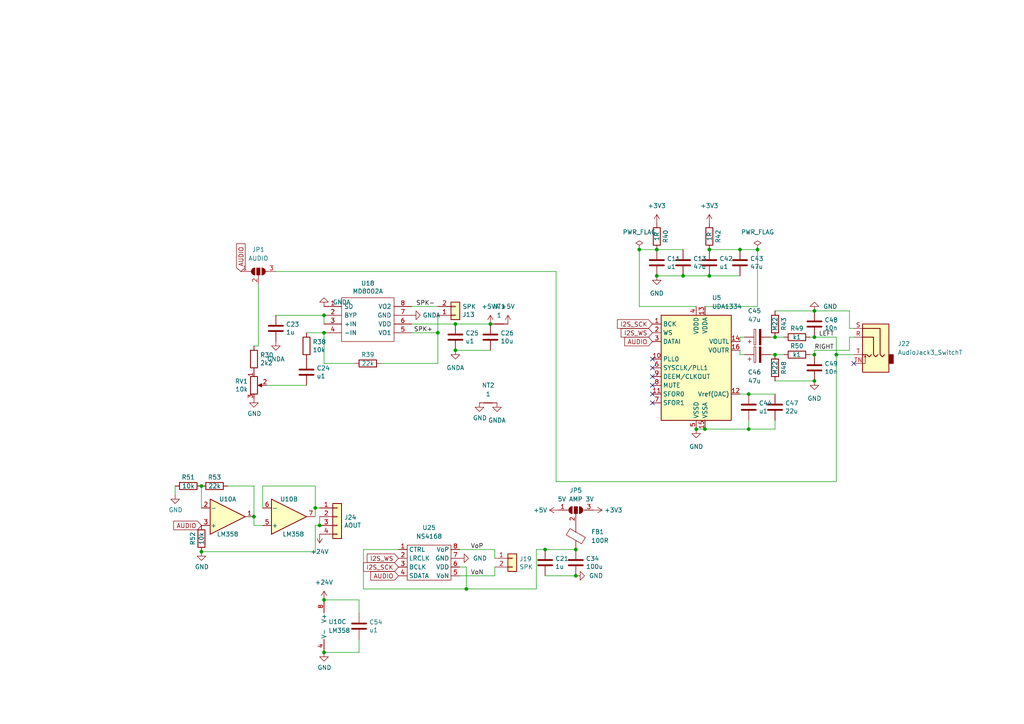
<source format=kicad_sch>
(kicad_sch (version 20211123) (generator eeschema)
  (paper "A4")
  (lib_symbols
    (symbol "Amplifier_Operational:LM358" (pin_names (offset 0.127))
      (property "Reference" "U" (at 0 5.08 0))
      (property "Value" "LM358" (at 0 -5.08 0))
      (symbol "LM358_1_1"
        (polyline (pts (xy -5.08 5.08) (xy 5.08 0) (xy -5.08 -5.08) (xy -5.08 5.08)) (stroke (width 0.254)) (fill (type background)))
        (pin output line (at 7.62 0 180) (length 2.54) (name "~") (number "1"))
        (pin input line (at -7.62 -2.54 0) (length 2.54) (name "-") (number "2"))
        (pin input line (at -7.62 2.54 0) (length 2.54) (name "+") (number "3"))
      )
      (symbol "LM358_2_1"
        (polyline (pts (xy -5.08 5.08) (xy 5.08 0) (xy -5.08 -5.08) (xy -5.08 5.08)) (stroke (width 0.254)) (fill (type background)))
        (pin input line (at -7.62 2.54 0) (length 2.54) (name "+") (number "5"))
        (pin input line (at -7.62 -2.54 0) (length 2.54) (name "-") (number "6"))
        (pin output line (at 7.62 0 180) (length 2.54) (name "~") (number "7"))
      )
      (symbol "LM358_3_1"
        (pin power_in line (at -2.54 -7.62 90) (length 3.81) (name "V-") (number "4"))
        (pin power_in line (at -2.54 7.62 270) (length 3.81) (name "V+") (number "8"))
      )
    )
    (symbol "Audio:UDA1334ATS"
      (property "Reference" "U" (at -10.16 16.51 0))
      (property "Value" "UDA1334ATS" (at 3.81 16.51 0))
      (symbol "UDA1334ATS_0_1"
        (rectangle (start -10.16 15.24) (end 10.16 -15.24) (stroke (width 0.254)) (fill (type background)))
      )
      (symbol "UDA1334ATS_1_1"
        (pin input line (at -12.7 12.7 0) (length 2.54) (name "BCK") (number "1"))
        (pin input line (at -12.7 2.54 0) (length 2.54) (name "PLL0") (number "10"))
        (pin input line (at -12.7 -7.62 0) (length 2.54) (name "SFOR0") (number "11"))
        (pin passive line (at 12.7 -7.62 180) (length 2.54) (name "Vref(DAC)") (number "12"))
        (pin power_in line (at 2.54 17.78 270) (length 2.54) (name "VDDA") (number "13"))
        (pin output line (at 12.7 7.62 180) (length 2.54) (name "VOUTL") (number "14"))
        (pin power_in line (at 2.54 -17.78 90) (length 2.54) (name "VSSA") (number "15"))
        (pin output line (at 12.7 5.08 180) (length 2.54) (name "VOUTR") (number "16"))
        (pin input line (at -12.7 10.16 0) (length 2.54) (name "WS") (number "2"))
        (pin input line (at -12.7 7.62 0) (length 2.54) (name "DATAI") (number "3"))
        (pin power_in line (at 0 17.78 270) (length 2.54) (name "VDDD") (number "4"))
        (pin power_in line (at 0 -17.78 90) (length 2.54) (name "VSSD") (number "5"))
        (pin input line (at -12.7 0 0) (length 2.54) (name "SYSCLK/PLL1") (number "6"))
        (pin input line (at -12.7 -10.16 0) (length 2.54) (name "SFOR1") (number "7"))
        (pin input line (at -12.7 -5.08 0) (length 2.54) (name "MUTE") (number "8"))
        (pin bidirectional line (at -12.7 -2.54 0) (length 2.54) (name "DEEM/CLKOUT") (number "9"))
      )
    )
    (symbol "Connector_Generic:Conn_01x02" (pin_names (offset 1.016) hide)
      (property "Reference" "J" (at 0 2.54 0))
      (property "Value" "Conn_01x02" (at 0 -5.08 0))
      (symbol "Conn_01x02_1_1"
        (rectangle (start -1.27 -2.413) (end 0 -2.667) (stroke (width 0.1524)))
        (rectangle (start -1.27 0.127) (end 0 -0.127) (stroke (width 0.1524)))
        (rectangle (start -1.27 1.27) (end 1.27 -3.81) (stroke (width 0.254)) (fill (type background)))
        (pin passive line (at -5.08 0 0) (length 3.81) (name "Pin_1") (number "1"))
        (pin passive line (at -5.08 -2.54 0) (length 3.81) (name "Pin_2") (number "2"))
      )
    )
    (symbol "Connector_Generic:Conn_01x04" (pin_names (offset 1.016) hide)
      (property "Reference" "J" (at 0 5.08 0))
      (property "Value" "Conn_01x04" (at 0 -7.62 0))
      (symbol "Conn_01x04_1_1"
        (rectangle (start -1.27 -4.953) (end 0 -5.207) (stroke (width 0.1524)))
        (rectangle (start -1.27 -2.413) (end 0 -2.667) (stroke (width 0.1524)))
        (rectangle (start -1.27 0.127) (end 0 -0.127) (stroke (width 0.1524)))
        (rectangle (start -1.27 2.667) (end 0 2.413) (stroke (width 0.1524)))
        (rectangle (start -1.27 3.81) (end 1.27 -6.35) (stroke (width 0.254)) (fill (type background)))
        (pin passive line (at -5.08 2.54 0) (length 3.81) (name "Pin_1") (number "1"))
        (pin passive line (at -5.08 0 0) (length 3.81) (name "Pin_2") (number "2"))
        (pin passive line (at -5.08 -2.54 0) (length 3.81) (name "Pin_3") (number "3"))
        (pin passive line (at -5.08 -5.08 0) (length 3.81) (name "Pin_4") (number "4"))
      )
    )
    (symbol "Device:C" (pin_numbers hide) (pin_names (offset 0.254))
      (property "Reference" "C" (at 0.635 2.54 0))
      (property "Value" "C" (at 0.635 -2.54 0))
      (symbol "C_0_1"
        (polyline (pts (xy -2.032 -0.762) (xy 2.032 -0.762)) (stroke (width 0.508)))
        (polyline (pts (xy -2.032 0.762) (xy 2.032 0.762)) (stroke (width 0.508)))
      )
      (symbol "C_1_1"
        (pin passive line (at 0 3.81 270) (length 2.794) (name "~") (number "1"))
        (pin passive line (at 0 -3.81 90) (length 2.794) (name "~") (number "2"))
      )
    )
    (symbol "Device:C_Polarized" (pin_numbers hide) (pin_names (offset 0.254))
      (property "Reference" "C" (at 0.635 2.54 0))
      (property "Value" "C_Polarized" (at 0.635 -2.54 0))
      (symbol "C_Polarized_0_1"
        (rectangle (start -2.286 0.508) (end 2.286 1.016))
        (polyline (pts (xy -1.778 2.286) (xy -0.762 2.286)))
        (polyline (pts (xy -1.27 2.794) (xy -1.27 1.778)))
        (rectangle (start 2.286 -0.508) (end -2.286 -1.016) (fill (type outline)))
      )
      (symbol "C_Polarized_1_1"
        (pin passive line (at 0 3.81 270) (length 2.794) (name "~") (number "1"))
        (pin passive line (at 0 -3.81 90) (length 2.794) (name "~") (number "2"))
      )
    )
    (symbol "Device:FerriteBead" (pin_numbers hide) (pin_names (offset 0))
      (property "Reference" "FB" (at -3.81 0.635 90))
      (property "Value" "FerriteBead" (at 3.81 0 90))
      (symbol "FerriteBead_0_1"
        (polyline (pts (xy 0 -1.27) (xy 0 -1.2192)))
        (polyline (pts (xy 0 1.27) (xy 0 1.2954)))
        (polyline (pts (xy -2.7686 0.4064) (xy -1.7018 2.2606) (xy 2.7686 -0.3048) (xy 1.6764 -2.159) (xy -2.7686 0.4064)))
      )
      (symbol "FerriteBead_1_1"
        (pin passive line (at 0 3.81 270) (length 2.54) (name "~") (number "1"))
        (pin passive line (at 0 -3.81 90) (length 2.54) (name "~") (number "2"))
      )
    )
    (symbol "Device:NetTie_2" (pin_numbers hide) (pin_names (offset 0) hide)
      (property "Reference" "NT" (at 0 1.27 0))
      (property "Value" "NetTie_2" (at 0 -1.27 0))
      (symbol "NetTie_2_0_1"
        (polyline (pts (xy -1.27 0) (xy 1.27 0)) (stroke (width 0.254)))
      )
      (symbol "NetTie_2_1_1"
        (pin passive line (at -2.54 0 0) (length 2.54) (name "1") (number "1"))
        (pin passive line (at 2.54 0 180) (length 2.54) (name "2") (number "2"))
      )
    )
    (symbol "Device:R" (pin_numbers hide) (pin_names (offset 0))
      (property "Reference" "R" (at 2.032 0 90))
      (property "Value" "R" (at 0 0 90))
      (symbol "R_0_1"
        (rectangle (start -1.016 -2.54) (end 1.016 2.54) (stroke (width 0.254)))
      )
      (symbol "R_1_1"
        (pin passive line (at 0 3.81 270) (length 1.27) (name "~") (number "1"))
        (pin passive line (at 0 -3.81 90) (length 1.27) (name "~") (number "2"))
      )
    )
    (symbol "Device:R_POT" (pin_names (offset 1.016) hide)
      (property "Reference" "RV" (at -4.445 0 90))
      (property "Value" "Device_R_POT" (at -2.54 0 90))
      (symbol "R_POT_0_1"
        (polyline (pts (xy 2.54 0) (xy 1.524 0)))
        (polyline (pts (xy 1.143 0) (xy 2.286 0.508) (xy 2.286 -0.508) (xy 1.143 0)) (fill (type outline)))
        (rectangle (start 1.016 2.54) (end -1.016 -2.54) (stroke (width 0.254)))
      )
      (symbol "R_POT_1_1"
        (pin passive line (at 0 3.81 270) (length 1.27) (name "1") (number "1"))
        (pin passive line (at 3.81 0 180) (length 1.27) (name "2") (number "2"))
        (pin passive line (at 0 -3.81 90) (length 1.27) (name "3") (number "3"))
      )
    )
    (symbol "Jumper:SolderJumper_3_Open" (pin_names (offset 0) hide)
      (property "Reference" "JP" (at -2.54 -2.54 0))
      (property "Value" "SolderJumper_3_Open" (at 0 2.794 0))
      (symbol "SolderJumper_3_Open_0_1"
        (arc (start -1.016 1.016) (mid -2.032 0) (end -1.016 -1.016))
        (arc (start -1.016 1.016) (mid -2.032 0) (end -1.016 -1.016) (fill (type outline)))
        (rectangle (start -0.508 1.016) (end 0.508 -1.016) (fill (type outline)))
        (polyline (pts (xy -2.54 0) (xy -2.032 0)))
        (polyline (pts (xy -1.016 1.016) (xy -1.016 -1.016)))
        (polyline (pts (xy 0 -1.27) (xy 0 -1.016)))
        (polyline (pts (xy 1.016 1.016) (xy 1.016 -1.016)))
        (polyline (pts (xy 2.54 0) (xy 2.032 0)))
        (arc (start 1.016 -1.016) (mid 2.032 0) (end 1.016 1.016))
        (arc (start 1.016 -1.016) (mid 2.032 0) (end 1.016 1.016) (fill (type outline)))
      )
      (symbol "SolderJumper_3_Open_1_1"
        (pin passive line (at -5.08 0 0) (length 2.54) (name "A") (number "1"))
        (pin input line (at 0 -3.81 90) (length 2.54) (name "C") (number "2"))
        (pin passive line (at 5.08 0 180) (length 2.54) (name "B") (number "3"))
      )
    )
    (symbol "liebler_CONN:AudioJack3_SwitchT"
      (property "Reference" "J" (at 0 8.89 0))
      (property "Value" "AudioJack3_SwitchT" (at 0 6.35 0))
      (symbol "AudioJack3_SwitchT_0_1"
        (rectangle (start -5.08 -5.08) (end -6.35 -7.62) (stroke (width 0.254)) (fill (type outline)))
        (polyline (pts (xy 1.778 -5.334) (xy 2.032 -5.842)))
        (polyline (pts (xy 0 -5.08) (xy 0.635 -5.715) (xy 1.27 -5.08) (xy 2.54 -5.08)) (stroke (width 0.254)))
        (polyline (pts (xy 2.54 -7.62) (xy 1.778 -7.62) (xy 1.778 -5.334) (xy 1.524 -5.842)))
        (polyline (pts (xy -1.905 -5.08) (xy -1.27 -5.715) (xy -0.635 -5.08) (xy -0.635 0) (xy 2.54 0)) (stroke (width 0.254)))
        (polyline (pts (xy 2.54 2.54) (xy -2.54 2.54) (xy -2.54 -5.08) (xy -3.175 -5.715) (xy -3.81 -5.08)) (stroke (width 0.254)))
        (rectangle (start 2.54 3.81) (end -5.08 -10.16) (stroke (width 0.254)) (fill (type background)))
      )
      (symbol "AudioJack3_SwitchT_1_1"
        (pin passive line (at 5.08 0 180) (length 2.54) (name "~") (number "R"))
        (pin passive line (at 5.08 2.54 180) (length 2.54) (name "~") (number "S"))
        (pin passive line (at 5.08 -5.08 180) (length 2.54) (name "~") (number "T"))
        (pin passive line (at 5.08 -7.62 180) (length 2.54) (name "~") (number "TN"))
      )
    )
    (symbol "liebler_SEMICONDUCTORS:MD8002A" (pin_names (offset 0.762))
      (property "Reference" "IC" (at 21.59 7.62 0))
      (property "Value" "MD8002A" (at 21.59 5.08 0))
      (symbol "MD8002A_0_0"
        (pin passive line (at 0 0 0) (length 5.08) (name "SD") (number "1"))
        (pin output line (at 0 -2.54 0) (length 5.08) (name "BYP") (number "2"))
        (pin input line (at 0 -5.08 0) (length 5.08) (name "+IN") (number "3"))
        (pin input line (at 0 -7.62 0) (length 5.08) (name "-IN") (number "4"))
        (pin output line (at 25.4 -7.62 180) (length 5.08) (name "VO1") (number "5"))
        (pin power_in line (at 25.4 -5.08 180) (length 5.08) (name "VDD") (number "6"))
        (pin power_in line (at 25.4 -2.54 180) (length 5.08) (name "GND") (number "7"))
        (pin output line (at 25.4 0 180) (length 5.08) (name "VO2") (number "8"))
      )
      (symbol "MD8002A_0_1"
        (polyline (pts (xy 5.08 2.54) (xy 20.32 2.54) (xy 20.32 -10.16) (xy 5.08 -10.16) (xy 5.08 2.54)) (stroke (width 0.1524)))
      )
    )
    (symbol "liebler_SEMICONDUCTORS:NS4168"
      (property "Reference" "U" (at 0 8.89 0))
      (property "Value" "NS4168" (at 0 6.35 0))
      (symbol "NS4168_0_1"
        (rectangle (start -6.35 5.08) (end 6.35 -5.08))
      )
      (symbol "NS4168_1_1"
        (pin input line (at -8.89 3.81 0) (length 2.54) (name "CTRL") (number "1"))
        (pin input line (at -8.89 1.27 0) (length 2.54) (name "LRCLK") (number "2"))
        (pin input line (at -8.89 -1.27 0) (length 2.54) (name "BCLK") (number "3"))
        (pin input line (at -8.89 -3.81 0) (length 2.54) (name "SDATA") (number "4"))
        (pin output line (at 8.89 -3.81 180) (length 2.54) (name "VoN") (number "5"))
        (pin power_in line (at 8.89 -1.27 180) (length 2.54) (name "VDD") (number "6"))
        (pin power_in line (at 8.89 1.27 180) (length 2.54) (name "GND") (number "7"))
        (pin output line (at 8.89 3.81 180) (length 2.54) (name "VoP") (number "8"))
      )
    )
    (symbol "power:+24V" (power) (pin_names (offset 0))
      (property "Value" "+24V" (at 0 3.556 0))
      (symbol "+24V_0_1"
        (polyline (pts (xy -0.762 1.27) (xy 0 2.54)))
        (polyline (pts (xy 0 0) (xy 0 2.54)))
        (polyline (pts (xy 0 2.54) (xy 0.762 1.27)))
      )
      (symbol "+24V_1_1"
        (pin power_in line (at 0 0 90) (length 0) hide (name "+24V") (number "1"))
      )
    )
    (symbol "power:+3.3V" (power) (pin_names (offset 0))
      (property "Value" "+3.3V" (at 0 3.556 0))
      (symbol "+3.3V_0_1"
        (polyline (pts (xy -0.762 1.27) (xy 0 2.54)))
        (polyline (pts (xy 0 0) (xy 0 2.54)))
        (polyline (pts (xy 0 2.54) (xy 0.762 1.27)))
      )
      (symbol "+3.3V_1_1"
        (pin power_in line (at 0 0 90) (length 0) hide (name "+3V3") (number "1"))
      )
    )
    (symbol "power:+5V" (power) (pin_names (offset 0))
      (property "Value" "+5V" (at 0 3.556 0))
      (symbol "+5V_0_1"
        (polyline (pts (xy -0.762 1.27) (xy 0 2.54)))
        (polyline (pts (xy 0 0) (xy 0 2.54)))
        (polyline (pts (xy 0 2.54) (xy 0.762 1.27)))
      )
      (symbol "+5V_1_1"
        (pin power_in line (at 0 0 90) (length 0) hide (name "+5V") (number "1"))
      )
    )
    (symbol "power:+5VA" (power) (pin_names (offset 0))
      (property "Value" "+5VA" (at 0 3.556 0))
      (symbol "+5VA_0_1"
        (polyline (pts (xy -0.762 1.27) (xy 0 2.54)))
        (polyline (pts (xy 0 0) (xy 0 2.54)))
        (polyline (pts (xy 0 2.54) (xy 0.762 1.27)))
      )
      (symbol "+5VA_1_1"
        (pin power_in line (at 0 0 90) (length 0) hide (name "+5VA") (number "1"))
      )
    )
    (symbol "power:GND" (power) (pin_names (offset 0))
      (property "Value" "GND" (at 0 -3.81 0))
      (symbol "GND_0_1"
        (polyline (pts (xy 0 0) (xy 0 -1.27) (xy 1.27 -1.27) (xy 0 -2.54) (xy -1.27 -1.27) (xy 0 -1.27)))
      )
      (symbol "GND_1_1"
        (pin power_in line (at 0 0 270) (length 0) hide (name "GND") (number "1"))
      )
    )
    (symbol "power:GNDA" (power) (pin_names (offset 0))
      (property "Value" "GNDA" (at 0 -3.81 0))
      (symbol "GNDA_0_1"
        (polyline (pts (xy 0 0) (xy 0 -1.27) (xy 1.27 -1.27) (xy 0 -2.54) (xy -1.27 -1.27) (xy 0 -1.27)))
      )
      (symbol "GNDA_1_1"
        (pin power_in line (at 0 0 270) (length 0) hide (name "GNDA") (number "1"))
      )
    )
    (symbol "power:PWR_FLAG" (power) (pin_numbers hide) (pin_names (offset 0) hide)
      (property "Value" "PWR_FLAG" (at 0 3.81 0))
      (symbol "PWR_FLAG_0_0"
        (pin power_out line (at 0 0 90) (length 0) (name "pwr") (number "1"))
      )
      (symbol "PWR_FLAG_0_1"
        (polyline (pts (xy 0 0) (xy 0 1.27) (xy -1.016 1.905) (xy 0 2.54) (xy 1.016 1.905) (xy 0 1.27)))
      )
    )
  )
  (junction (at 58.42 140.97))
  (junction (at 190.5 72.39))
  (junction (at 224.79 97.79))
  (junction (at 92.71 152.4))
  (junction (at 198.12 80.01))
  (junction (at 135.255 170.815))
  (junction (at 93.98 189.23))
  (junction (at 205.74 72.39))
  (junction (at 205.74 80.01))
  (junction (at 167.005 167.005))
  (junction (at 73.66 149.86))
  (junction (at 167.005 159.385))
  (junction (at 185.42 72.39))
  (junction (at 91.44 147.32))
  (junction (at 132.08 101.6))
  (junction (at 217.17 124.46))
  (junction (at 201.93 124.46))
  (junction (at 58.42 160.02))
  (junction (at 93.98 96.52))
  (junction (at 190.5 80.01))
  (junction (at 214.63 72.39))
  (junction (at 236.22 102.87))
  (junction (at 127 96.52))
  (junction (at 158.115 159.385))
  (junction (at 217.17 114.3))
  (junction (at 132.08 93.98))
  (junction (at 236.22 97.79))
  (junction (at 236.22 90.17))
  (junction (at 142.24 93.98))
  (junction (at 236.22 110.49))
  (junction (at 242.57 102.87))
  (junction (at 93.98 91.44))
  (junction (at 204.47 124.46))
  (junction (at 219.71 72.39))
  (junction (at 224.79 102.87))
  (junction (at 93.98 173.99))
  (no_connect (at 189.23 106.68))
  (no_connect (at 247.65 105.41))
  (no_connect (at 189.23 109.22))
  (no_connect (at 189.23 114.3))
  (no_connect (at 189.23 104.14))
  (no_connect (at 189.23 111.76))
  (no_connect (at 189.23 116.84))
  (wire (pts (xy 217.17 114.3) (xy 224.79 114.3)))
  (wire (pts (xy 105.41 159.385) (xy 115.57 159.385)))
  (wire (pts (xy 135.255 170.815) (xy 105.41 170.815)))
  (wire (pts (xy 246.38 101.6) (xy 236.22 101.6)))
  (wire (pts (xy 76.2 152.4) (xy 73.66 152.4)))
  (wire (pts (xy 76.2 140.97) (xy 91.44 140.97)))
  (wire (pts (xy 73.66 152.4) (xy 73.66 149.86)))
  (wire (pts (xy 133.35 164.465) (xy 135.255 164.465)))
  (wire (pts (xy 214.63 72.39) (xy 219.71 72.39)))
  (wire (pts (xy 119.38 93.98) (xy 132.08 93.98)))
  (wire (pts (xy 93.98 96.52) (xy 88.9 96.52)))
  (wire (pts (xy 119.38 96.52) (xy 127 96.52)))
  (wire (pts (xy 91.44 147.32) (xy 91.44 149.86)))
  (wire (pts (xy 201.93 88.9) (xy 185.42 88.9)))
  (wire (pts (xy 236.22 90.17) (xy 246.38 90.17)))
  (wire (pts (xy 224.79 97.79) (xy 227.33 97.79)))
  (wire (pts (xy 58.42 140.97) (xy 58.42 147.32)))
  (wire (pts (xy 155.575 170.815) (xy 155.575 159.385)))
  (wire (pts (xy 155.575 159.385) (xy 158.115 159.385)))
  (wire (pts (xy 224.79 90.17) (xy 236.22 90.17)))
  (wire (pts (xy 242.57 102.87) (xy 242.57 139.7)))
  (wire (pts (xy 246.38 95.25) (xy 247.65 95.25)))
  (wire (pts (xy 246.38 97.79) (xy 246.38 101.6)))
  (wire (pts (xy 161.29 78.74) (xy 80.01 78.74)))
  (wire (pts (xy 214.63 114.3) (xy 217.17 114.3)))
  (wire (pts (xy 74.93 100.33) (xy 73.66 100.33)))
  (wire (pts (xy 104.14 173.99) (xy 104.14 177.8)))
  (wire (pts (xy 133.35 159.385) (xy 143.51 159.385)))
  (wire (pts (xy 93.98 105.41) (xy 102.87 105.41)))
  (wire (pts (xy 214.63 102.87) (xy 215.9 102.87)))
  (wire (pts (xy 223.52 102.87) (xy 224.79 102.87)))
  (wire (pts (xy 236.22 97.79) (xy 242.57 97.79)))
  (wire (pts (xy 92.71 149.86) (xy 92.71 152.4)))
  (wire (pts (xy 204.47 124.46) (xy 217.17 124.46)))
  (wire (pts (xy 242.57 97.79) (xy 242.57 102.87)))
  (wire (pts (xy 236.22 101.6) (xy 236.22 102.87)))
  (wire (pts (xy 234.95 102.87) (xy 236.22 102.87)))
  (wire (pts (xy 190.5 80.01) (xy 198.12 80.01)))
  (wire (pts (xy 214.63 99.06) (xy 214.63 97.79)))
  (wire (pts (xy 242.57 102.87) (xy 247.65 102.87)))
  (wire (pts (xy 142.24 93.98) (xy 132.08 93.98)))
  (wire (pts (xy 185.42 88.9) (xy 185.42 72.39)))
  (wire (pts (xy 133.35 167.005) (xy 143.51 167.005)))
  (wire (pts (xy 214.63 97.79) (xy 215.9 97.79)))
  (wire (pts (xy 105.41 170.815) (xy 105.41 159.385)))
  (wire (pts (xy 246.38 97.79) (xy 247.65 97.79)))
  (wire (pts (xy 119.38 88.9) (xy 127 88.9)))
  (wire (pts (xy 91.44 147.32) (xy 92.71 147.32)))
  (wire (pts (xy 93.98 173.99) (xy 104.14 173.99)))
  (wire (pts (xy 143.51 159.385) (xy 143.51 161.925)))
  (wire (pts (xy 201.93 124.46) (xy 204.47 124.46)))
  (wire (pts (xy 242.57 139.7) (xy 161.29 139.7)))
  (wire (pts (xy 73.66 149.86) (xy 73.66 140.97)))
  (wire (pts (xy 91.44 160.02) (xy 58.42 160.02)))
  (wire (pts (xy 91.44 140.97) (xy 91.44 147.32)))
  (wire (pts (xy 224.79 110.49) (xy 236.22 110.49)))
  (wire (pts (xy 110.49 105.41) (xy 127 105.41)))
  (wire (pts (xy 142.24 101.6) (xy 132.08 101.6)))
  (wire (pts (xy 93.98 96.52) (xy 93.98 105.41)))
  (wire (pts (xy 127 91.44) (xy 127 96.52)))
  (wire (pts (xy 205.74 72.39) (xy 214.63 72.39)))
  (wire (pts (xy 50.8 140.97) (xy 50.8 143.51)))
  (wire (pts (xy 77.47 111.76) (xy 88.9 111.76)))
  (wire (pts (xy 135.255 164.465) (xy 135.255 170.815)))
  (wire (pts (xy 135.255 170.815) (xy 155.575 170.815)))
  (wire (pts (xy 91.44 152.4) (xy 92.71 152.4)))
  (wire (pts (xy 205.74 80.01) (xy 214.63 80.01)))
  (wire (pts (xy 127 96.52) (xy 127 105.41)))
  (wire (pts (xy 217.17 124.46) (xy 224.79 124.46)))
  (wire (pts (xy 223.52 97.79) (xy 224.79 97.79)))
  (wire (pts (xy 104.14 189.23) (xy 104.14 185.42)))
  (wire (pts (xy 93.98 189.23) (xy 104.14 189.23)))
  (wire (pts (xy 224.79 124.46) (xy 224.79 121.92)))
  (wire (pts (xy 185.42 72.39) (xy 190.5 72.39)))
  (wire (pts (xy 190.5 72.39) (xy 198.12 72.39)))
  (wire (pts (xy 158.115 167.005) (xy 167.005 167.005)))
  (wire (pts (xy 73.66 140.97) (xy 66.04 140.97)))
  (wire (pts (xy 76.2 147.32) (xy 76.2 140.97)))
  (wire (pts (xy 219.71 72.39) (xy 219.71 88.9)))
  (wire (pts (xy 158.115 159.385) (xy 167.005 159.385)))
  (wire (pts (xy 143.51 167.005) (xy 143.51 164.465)))
  (wire (pts (xy 80.01 91.44) (xy 93.98 91.44)))
  (wire (pts (xy 74.93 82.55) (xy 74.93 100.33)))
  (wire (pts (xy 217.17 124.46) (xy 217.17 121.92)))
  (wire (pts (xy 224.79 102.87) (xy 227.33 102.87)))
  (wire (pts (xy 214.63 101.6) (xy 214.63 102.87)))
  (wire (pts (xy 198.12 80.01) (xy 205.74 80.01)))
  (wire (pts (xy 219.71 88.9) (xy 204.47 88.9)))
  (wire (pts (xy 91.44 152.4) (xy 91.44 160.02)))
  (wire (pts (xy 93.98 93.98) (xy 93.98 91.44)))
  (wire (pts (xy 246.38 90.17) (xy 246.38 95.25)))
  (wire (pts (xy 161.29 139.7) (xy 161.29 78.74)))
  (wire (pts (xy 234.95 97.79) (xy 236.22 97.79)))
  (label "VoP" (at 136.525 159.385 0))
  (label "SPK-" (at 120.65 88.9 0))
  (label "RIGHT" (at 236.22 101.6 0))
  (label "SPK+" (at 120.015 96.52 0))
  (label "LEFT" (at 237.49 97.79 0))
  (label "VoN" (at 136.525 167.005 0))
  (global_label "AUDIO" (shape input) (at 115.57 167.005 180) (property "Intersheet References" "${INTERSHEET_REFS}" (effects hide)))
  (global_label "AUDIO" (shape input) (at 58.42 152.4 180) (property "Intersheet References" "${INTERSHEET_REFS}" (effects hide)))
  (global_label "I2S_WS" (shape input) (at 189.23 96.52 180) (property "Intersheet References" "${INTERSHEET_REFS}" (effects hide)))
  (global_label "AUDIO" (shape input) (at 69.85 78.74 90) (property "Intersheet References" "${INTERSHEET_REFS}" (effects hide)))
  (global_label "AUDIO" (shape input) (at 189.23 99.06 180) (property "Intersheet References" "${INTERSHEET_REFS}" (effects hide)))
  (global_label "I2S_SCK" (shape input) (at 189.23 93.98 180) (property "Intersheet References" "${INTERSHEET_REFS}" (effects hide)))
  (global_label "I2S_SCK" (shape input) (at 115.57 164.465 180) (property "Intersheet References" "${INTERSHEET_REFS}" (effects hide)))
  (global_label "I2S_WS" (shape input) (at 115.57 161.925 180) (property "Intersheet References" "${INTERSHEET_REFS}" (effects hide)))
  (symbol (lib_id "Connector_Generic:Conn_01x02") (at 132.08 91.44 0) (mirror x) (unit 1)
    (property "Reference" "J13" (at 134.112 91.2368 0) (effects (justify left)))
    (property "Value" "SPK" (at 134.112 88.9254 0) (effects (justify left)))
    (property "Footprint" "Connector_Wire:SolderWire-0.1sqmm_1x02_P3.6mm_D0.4mm_OD1mm" (effects hide))
  )
  (symbol (lib_id "Device:C") (at 132.08 97.79 0) (unit 1)
    (property "Reference" "C25" (at 135.001 96.6216 0) (effects (justify left)))
    (property "Value" "u1" (at 135.001 98.933 0) (effects (justify left)))
    (property "Footprint" "Capacitor_SMD:C_0603_1608Metric" (effects hide))
    (property "Option" "Sound only" (effects hide))
  )
  (symbol (lib_id "liebler_SEMICONDUCTORS:MD8002A") (at 93.98 88.9 0) (unit 1)
    (property "Reference" "U18" (at 106.68 82.169 0))
    (property "Value" "MD8002A" (at 106.68 84.4804 0))
    (property "Footprint" "Package_SO:SOIC-8_3.9x4.9mm_P1.27mm" (effects hide))
    (property "Datasheet" "https://www.sunrom.com/get/408862" (effects hide))
    (property "Description" "Audio Amplifier, SOP8" (effects hide))
    (property "Height" "1.75" (effects hide))
    (property "Manufacturer_Name" "Sunrom" (effects hide))
    (property "Manufacturer_Part_Number" "MD8002A" (effects hide))
  )
  (symbol (lib_id "Device:C") (at 80.01 95.25 0) (unit 1)
    (property "Reference" "C23" (at 82.931 94.0816 0) (effects (justify left)))
    (property "Value" "1u" (at 82.931 96.393 0) (effects (justify left)))
    (property "Footprint" "Capacitor_SMD:C_0603_1608Metric" (effects hide))
    (property "Option" "Sound only" (effects hide))
  )
  (symbol (lib_id "Device:C") (at 142.24 97.79 0) (unit 1)
    (property "Reference" "C26" (at 145.161 96.6216 0) (effects (justify left)))
    (property "Value" "10u" (at 145.161 98.933 0) (effects (justify left)))
    (property "Footprint" "Capacitor_SMD:C_0603_1608Metric" (effects hide))
  )
  (symbol (lib_id "Device:C") (at 88.9 107.95 0) (unit 1)
    (property "Reference" "C24" (at 91.821 106.7816 0) (effects (justify left)))
    (property "Value" "u1" (at 91.821 109.093 0) (effects (justify left)))
    (property "Footprint" "Capacitor_SMD:C_0603_1608Metric" (effects hide))
    (property "Option" "Sound only" (effects hide))
  )
  (symbol (lib_id "Device:R") (at 88.9 100.33 0) (unit 1)
    (property "Reference" "R38" (at 90.678 99.1616 0) (effects (justify left)))
    (property "Value" "10k" (at 90.678 101.473 0) (effects (justify left)))
    (property "Footprint" "Resistor_SMD:R_0603_1608Metric" (effects hide))
    (property "Option" "Sound only" (effects hide))
  )
  (symbol (lib_id "Device:R_POT") (at 73.66 111.76 0) (unit 1)
    (property "Reference" "RV1" (at 71.9074 110.5916 0) (effects (justify right)))
    (property "Value" "10k" (at 71.9074 112.903 0) (effects (justify right)))
    (property "Footprint" "liebler_MECH:Potentiometer_Alps_RK09K_Single_Vertical" (effects hide))
    (property "Option" "Sound only" (effects hide))
  )
  (symbol (lib_id "Device:R") (at 106.68 105.41 270) (unit 1)
    (property "Reference" "R39" (at 106.68 102.87 90))
    (property "Value" "22k" (at 106.68 105.41 90))
    (property "Footprint" "Resistor_SMD:R_0603_1608Metric" (effects hide))
    (property "Option" "Sound only" (effects hide))
  )
  (symbol (lib_id "power:GND") (at 73.66 115.57 0) (unit 1)
    (property "Reference" "#PWR0205" (effects hide))
    (property "Value" "GND" (at 73.787 119.9642 0))
  )
  (symbol (lib_id "Device:R") (at 73.66 104.14 0) (unit 1)
    (property "Reference" "R30" (at 75.438 102.9716 0) (effects (justify left)))
    (property "Value" "2k2" (at 75.438 105.283 0) (effects (justify left)))
    (property "Footprint" "Resistor_SMD:R_0603_1608Metric" (effects hide))
    (property "Option" "Sound only" (effects hide))
  )
  (symbol (lib_id "power:GNDA") (at 93.98 88.9 180) (unit 1)
    (property "Reference" "#PWR0194" (effects hide))
    (property "Value" "GNDA" (at 96.52 87.6299 0) (effects (justify right)))
  )
  (symbol (lib_id "Device:C") (at 104.14 181.61 180) (unit 1)
    (property "Reference" "C54" (at 107.061 180.4416 0) (effects (justify right)))
    (property "Value" "u1" (at 107.061 182.753 0) (effects (justify right)))
    (property "Footprint" "Capacitor_SMD:C_0603_1608Metric" (effects hide))
  )
  (symbol (lib_id "Device:C") (at 214.63 76.2 180) (unit 1)
    (property "Reference" "C43" (at 217.551 75.0316 0) (effects (justify right)))
    (property "Value" "47u" (at 217.551 77.343 0) (effects (justify right)))
    (property "Footprint" "Capacitor_SMD:C_0603_1608Metric" (effects hide))
  )
  (symbol (lib_id "Device:R") (at 231.14 102.87 90) (unit 1)
    (property "Reference" "R50" (at 231.14 100.33 90))
    (property "Value" "k1" (at 231.14 102.87 90))
    (property "Footprint" "Resistor_SMD:R_0402_1005Metric" (effects hide))
  )
  (symbol (lib_id "Device:C") (at 167.005 163.195 0) (unit 1)
    (property "Reference" "C34" (at 169.926 162.0266 0) (effects (justify left)))
    (property "Value" "100u" (at 169.926 164.338 0) (effects (justify left)))
    (property "Footprint" "Capacitor_SMD:C_1206_3216Metric_Pad1.33x1.80mm_HandSolder" (effects hide))
  )
  (symbol (lib_id "Device:C") (at 158.115 163.195 0) (unit 1)
    (property "Reference" "C21" (at 161.036 162.0266 0) (effects (justify left)))
    (property "Value" "1u" (at 161.036 164.338 0) (effects (justify left)))
    (property "Footprint" "Capacitor_SMD:C_0805_2012Metric_Pad1.18x1.45mm_HandSolder" (effects hide))
  )
  (symbol (lib_id "Device:C") (at 236.22 93.98 180) (unit 1)
    (property "Reference" "C48" (at 239.141 92.8116 0) (effects (justify right)))
    (property "Value" "10n" (at 239.141 95.123 0) (effects (justify right)))
    (property "Footprint" "Capacitor_SMD:C_0603_1608Metric" (effects hide))
  )
  (symbol (lib_id "power:+5V") (at 161.925 147.955 90) (unit 1)
    (property "Reference" "#PWR0203" (effects hide))
    (property "Value" "+5V" (at 158.75 147.9549 90) (effects (justify left)))
  )
  (symbol (lib_id "power:GNDA") (at 144.145 116.84 0) (unit 1)
    (property "Reference" "#PWR071" (effects hide))
    (property "Value" "GNDA" (at 144.145 121.92 0))
  )
  (symbol (lib_id "Device:C") (at 217.17 118.11 180) (unit 1)
    (property "Reference" "C44" (at 220.091 116.9416 0) (effects (justify right)))
    (property "Value" "u1" (at 220.091 119.253 0) (effects (justify right)))
    (property "Footprint" "Capacitor_SMD:C_0603_1608Metric" (effects hide))
  )
  (symbol (lib_id "power:+24V") (at 93.98 173.99 0) (unit 1)
    (property "Reference" "#PWR063" (effects hide))
    (property "Value" "+24V" (at 93.98 168.91 0))
  )
  (symbol (lib_id "Jumper:SolderJumper_3_Open") (at 167.005 147.955 0) (unit 1)
    (property "Reference" "JP5" (at 167.005 142.24 0))
    (property "Value" "5V AMP 3V" (at 167.005 144.78 0))
    (property "Footprint" "Jumper:SolderJumper-3_P1.3mm_Open_RoundedPad1.0x1.5mm_NumberLabels" (effects hide))
  )
  (symbol (lib_id "Amplifier_Operational:LM358") (at 96.52 181.61 0) (unit 3)
    (property "Reference" "U10" (at 95.25 180.3399 0) (effects (justify left)))
    (property "Value" "LM358" (at 95.25 182.8799 0) (effects (justify left)))
    (property "Footprint" "Package_SO:SOIC-8_3.9x4.9mm_P1.27mm" (effects hide))
    (property "Datasheet" "http://www.ti.com/lit/ds/symlink/lm2904-n.pdf" (effects hide))
  )
  (symbol (lib_id "power:GND") (at 236.22 110.49 0) (unit 1)
    (property "Reference" "#PWR0174" (effects hide))
    (property "Value" "GND" (at 236.22 115.57 0))
  )
  (symbol (lib_id "Device:C") (at 198.12 76.2 180) (unit 1)
    (property "Reference" "C13" (at 201.041 75.0316 0) (effects (justify right)))
    (property "Value" "47u" (at 201.041 77.343 0) (effects (justify right)))
    (property "Footprint" "Capacitor_SMD:C_0603_1608Metric" (effects hide))
  )
  (symbol (lib_id "power:GND") (at 201.93 124.46 0) (unit 1)
    (property "Reference" "#PWR0140" (effects hide))
    (property "Value" "GND" (at 201.93 129.54 0))
  )
  (symbol (lib_id "power:GND") (at 133.35 161.925 90) (unit 1)
    (property "Reference" "#PWR0202" (effects hide))
    (property "Value" "GND" (at 137.16 161.9249 90) (effects (justify right)))
  )
  (symbol (lib_id "Device:FerriteBead") (at 167.005 155.575 0) (unit 1)
    (property "Reference" "FB1" (at 171.45 154.2541 0) (effects (justify left)))
    (property "Value" "100R" (at 171.45 156.7941 0) (effects (justify left)))
    (property "Footprint" "Inductor_SMD:L_0805_2012Metric" (effects hide))
  )
  (symbol (lib_id "power:+3.3V") (at 172.085 147.955 270) (unit 1)
    (property "Reference" "#PWR0206" (effects hide))
    (property "Value" "+3.3V" (at 175.26 147.9549 90) (effects (justify left)))
  )
  (symbol (lib_id "power:GND") (at 236.22 90.17 180) (unit 1)
    (property "Reference" "#PWR0175" (effects hide))
    (property "Value" "GND" (at 238.76 88.8999 0) (effects (justify right)))
  )
  (symbol (lib_id "power:+5VA") (at 142.24 93.98 0) (unit 1)
    (property "Reference" "#PWR0133" (effects hide))
    (property "Value" "+5VA" (at 142.24 88.9 0))
  )
  (symbol (lib_id "power:GNDA") (at 132.08 101.6 0) (unit 1)
    (property "Reference" "#PWR0193" (effects hide))
    (property "Value" "GNDA" (at 132.08 106.68 0))
  )
  (symbol (lib_id "power:+5V") (at 147.32 93.98 0) (unit 1)
    (property "Reference" "#PWR0121" (effects hide))
    (property "Value" "+5V" (at 147.32 88.9 0))
  )
  (symbol (lib_id "Audio:UDA1334ATS") (at 201.93 106.68 0) (unit 1)
    (property "Reference" "U5" (at 206.4894 86.36 0) (effects (justify left)))
    (property "Value" "UDA1334" (at 206.4894 88.9 0) (effects (justify left)))
    (property "Footprint" "Package_SO:SSOP-16_4.4x5.2mm_P0.65mm" (effects hide))
    (property "Datasheet" "http://www.nxp.com/docs/en/data-sheet/UDA1334ATS.pdf" (effects hide))
  )
  (symbol (lib_id "Device:C") (at 205.74 76.2 180) (unit 1)
    (property "Reference" "C42" (at 208.661 75.0316 0) (effects (justify right)))
    (property "Value" "u1" (at 208.661 77.343 0) (effects (justify right)))
    (property "Footprint" "Capacitor_SMD:C_0603_1608Metric" (effects hide))
  )
  (symbol (lib_id "Device:C") (at 236.22 106.68 180) (unit 1)
    (property "Reference" "C49" (at 239.141 105.5116 0) (effects (justify right)))
    (property "Value" "10n" (at 239.141 107.823 0) (effects (justify right)))
    (property "Footprint" "Capacitor_SMD:C_0402_1005Metric" (effects hide))
  )
  (symbol (lib_id "power:GND") (at 58.42 160.02 0) (unit 1)
    (property "Reference" "#PWR018" (effects hide))
    (property "Value" "GND" (at 58.547 164.4142 0))
  )
  (symbol (lib_id "power:GND") (at 190.5 80.01 0) (unit 1)
    (property "Reference" "#PWR0172" (effects hide))
    (property "Value" "GND" (at 190.5 85.09 0))
  )
  (symbol (lib_id "Device:R") (at 224.79 106.68 180) (unit 1)
    (property "Reference" "R48" (at 227.33 106.68 90))
    (property "Value" "M22" (at 224.79 106.68 90))
    (property "Footprint" "Resistor_SMD:R_0402_1005Metric" (effects hide))
  )
  (symbol (lib_id "Device:C") (at 224.79 118.11 180) (unit 1)
    (property "Reference" "C47" (at 227.711 116.9416 0) (effects (justify right)))
    (property "Value" "22u" (at 227.711 119.253 0) (effects (justify right)))
    (property "Footprint" "Capacitor_SMD:C_0603_1608Metric" (effects hide))
  )
  (symbol (lib_id "Device:C") (at 190.5 76.2 180) (unit 1)
    (property "Reference" "C11" (at 193.421 75.0316 0) (effects (justify right)))
    (property "Value" "u1" (at 193.421 77.343 0) (effects (justify right)))
    (property "Footprint" "Capacitor_SMD:C_0603_1608Metric" (effects hide))
  )
  (symbol (lib_id "power:GND") (at 50.8 143.51 0) (unit 1)
    (property "Reference" "#PWR016" (effects hide))
    (property "Value" "GND" (at 50.927 147.9042 0))
  )
  (symbol (lib_id "Amplifier_Operational:LM358") (at 66.04 149.86 0) (mirror x) (unit 1)
    (property "Reference" "U10" (at 66.04 144.78 0))
    (property "Value" "LM358" (at 66.04 154.94 0))
    (property "Footprint" "Package_SO:SOIC-8_3.9x4.9mm_P1.27mm" (effects hide))
    (property "Datasheet" "http://www.ti.com/lit/ds/symlink/lm2904-n.pdf" (effects hide))
  )
  (symbol (lib_id "Device:R") (at 54.61 140.97 90) (unit 1)
    (property "Reference" "R51" (at 54.61 138.43 90))
    (property "Value" "10k" (at 54.61 140.97 90))
    (property "Footprint" "Resistor_SMD:R_0603_1608Metric" (effects hide))
  )
  (symbol (lib_id "power:GND") (at 139.065 116.84 0) (unit 1)
    (property "Reference" "#PWR070" (effects hide))
    (property "Value" "GND" (at 139.192 121.2342 0))
  )
  (symbol (lib_id "Device:C_Polarized") (at 219.71 97.79 90) (unit 1)
    (property "Reference" "C45" (at 218.821 90.17 90))
    (property "Value" "47u" (at 218.821 92.71 90))
    (property "Footprint" "Capacitor_SMD:CP_Elec_5x5.4" (effects hide))
  )
  (symbol (lib_id "Device:R") (at 190.5 68.58 180) (unit 1)
    (property "Reference" "R40" (at 193.04 68.58 90))
    (property "Value" "1R" (at 190.5 68.58 90))
    (property "Footprint" "Resistor_SMD:R_0603_1608Metric" (effects hide))
  )
  (symbol (lib_id "power:GND") (at 93.98 189.23 0) (unit 1)
    (property "Reference" "#PWR064" (effects hide))
    (property "Value" "GND" (at 94.107 193.6242 0))
  )
  (symbol (lib_id "Device:NetTie_2") (at 144.78 93.98 0) (unit 1)
    (property "Reference" "NT1" (at 144.78 88.9 0))
    (property "Value" "1" (at 144.78 91.44 0))
    (property "Footprint" "NetTie:NetTie-2_SMD_Pad0.5mm" (effects hide))
  )
  (symbol (lib_id "liebler_CONN:AudioJack3_SwitchT") (at 252.73 97.79 0) (mirror y) (unit 1)
    (property "Reference" "J22" (at 260.35 99.6949 0) (effects (justify right)))
    (property "Value" "AudioJack3_SwitchT" (at 260.35 102.2349 0) (effects (justify right)))
    (property "Footprint" "liebler_CONN:PJ-327A" (effects hide))
  )
  (symbol (lib_id "power:GNDA") (at 119.38 91.44 90) (unit 1)
    (property "Reference" "#PWR0184" (effects hide))
    (property "Value" "GNDA" (at 122.555 91.4399 90) (effects (justify right)))
  )
  (symbol (lib_id "Device:NetTie_2") (at 141.605 116.84 0) (unit 1)
    (property "Reference" "NT2" (at 141.605 111.76 0))
    (property "Value" "1" (at 141.605 114.3 0))
    (property "Footprint" "NetTie:NetTie-2_SMD_Pad0.5mm" (effects hide))
  )
  (symbol (lib_id "power:+24V") (at 92.71 154.94 180) (unit 1)
    (property "Reference" "#PWR0183" (effects hide))
    (property "Value" "+24V" (at 92.71 160.02 0))
  )
  (symbol (lib_id "power:PWR_FLAG") (at 185.42 72.39 0) (unit 1)
    (property "Reference" "#FLG0107" (effects hide))
    (property "Value" "PWR_FLAG" (at 185.42 67.31 0))
  )
  (symbol (lib_id "Connector_Generic:Conn_01x04") (at 97.79 149.86 0) (unit 1)
    (property "Reference" "J24" (at 99.822 150.0632 0) (effects (justify left)))
    (property "Value" "AOUT" (at 99.822 152.3746 0) (effects (justify left)))
    (property "Footprint" "Connector_JST:JST_XH_S4B-XH-A_1x04_P2.50mm_Horizontal" (effects hide))
  )
  (symbol (lib_id "power:GND") (at 167.005 167.005 90) (unit 1)
    (property "Reference" "#PWR0204" (effects hide))
    (property "Value" "GND" (at 170.815 167.0049 90) (effects (justify right)))
  )
  (symbol (lib_id "Amplifier_Operational:LM358") (at 83.82 149.86 0) (mirror x) (unit 2)
    (property "Reference" "U10" (at 83.82 144.78 0))
    (property "Value" "LM358" (at 85.09 154.94 0))
    (property "Footprint" "Package_SO:SOIC-8_3.9x4.9mm_P1.27mm" (effects hide))
    (property "Datasheet" "http://www.ti.com/lit/ds/symlink/lm2904-n.pdf" (effects hide))
  )
  (symbol (lib_id "power:PWR_FLAG") (at 219.71 72.39 0) (unit 1)
    (property "Reference" "#FLG0106" (effects hide))
    (property "Value" "PWR_FLAG" (at 219.71 67.31 0))
  )
  (symbol (lib_id "Device:R") (at 205.74 68.58 180) (unit 1)
    (property "Reference" "R42" (at 208.28 68.58 90))
    (property "Value" "1R" (at 205.74 68.58 90))
    (property "Footprint" "Resistor_SMD:R_0603_1608Metric" (effects hide))
  )
  (symbol (lib_id "Device:R") (at 62.23 140.97 270) (unit 1)
    (property "Reference" "R53" (at 62.23 138.43 90))
    (property "Value" "22k" (at 62.23 140.97 90))
    (property "Footprint" "Resistor_SMD:R_0603_1608Metric" (effects hide))
    (property "Option" "Sound only" (effects hide))
  )
  (symbol (lib_id "power:GNDA") (at 80.01 99.06 0) (unit 1)
    (property "Reference" "#PWR0195" (effects hide))
    (property "Value" "GNDA" (at 80.01 104.14 0))
  )
  (symbol (lib_id "liebler_SEMICONDUCTORS:NS4168") (at 124.46 163.195 0) (unit 1)
    (property "Reference" "U25" (at 124.46 153.035 0))
    (property "Value" "NS4168" (at 124.46 155.575 0))
    (property "Footprint" "liebler_SEMICONDUCTORS:SOIC-8_3.9x4.9mm_Pitch1.27mm_pad_handsolder" (effects hide))
  )
  (symbol (lib_id "Device:C_Polarized") (at 219.71 102.87 90) (unit 1)
    (property "Reference" "C46" (at 218.821 107.95 90))
    (property "Value" "47u" (at 218.821 110.49 90))
    (property "Footprint" "Capacitor_SMD:CP_Elec_5x5.4" (effects hide))
  )
  (symbol (lib_id "Jumper:SolderJumper_3_Open") (at 74.93 78.74 0) (unit 1)
    (property "Reference" "JP1" (at 74.93 72.39 0))
    (property "Value" "AUDIO" (at 74.93 74.93 0))
    (property "Footprint" "Jumper:SolderJumper-3_P1.3mm_Open_RoundedPad1.0x1.5mm_NumberLabels" (effects hide))
  )
  (symbol (lib_id "Device:R") (at 58.42 156.21 180) (unit 1)
    (property "Reference" "R52" (at 55.88 156.21 90))
    (property "Value" "10k" (at 58.42 156.21 90))
    (property "Footprint" "Resistor_SMD:R_0603_1608Metric" (effects hide))
  )
  (symbol (lib_id "Device:R") (at 231.14 97.79 90) (unit 1)
    (property "Reference" "R49" (at 231.14 95.25 90))
    (property "Value" "k1" (at 231.14 97.79 90))
    (property "Footprint" "Resistor_SMD:R_0603_1608Metric" (effects hide))
  )
  (symbol (lib_id "Device:R") (at 224.79 93.98 180) (unit 1)
    (property "Reference" "R43" (at 227.33 93.98 90))
    (property "Value" "M22" (at 224.79 93.98 90))
    (property "Footprint" "Resistor_SMD:R_0603_1608Metric" (effects hide))
  )
  (symbol (lib_id "power:+3.3V") (at 190.5 64.77 0) (unit 1)
    (property "Reference" "#PWR0166" (effects hide))
    (property "Value" "+3.3V" (at 190.5 59.69 0))
  )
  (symbol (lib_id "power:+3.3V") (at 205.74 64.77 0) (unit 1)
    (property "Reference" "#PWR0171" (effects hide))
    (property "Value" "+3.3V" (at 205.74 59.69 0))
  )
  (symbol (lib_id "Connector_Generic:Conn_01x02") (at 148.59 161.925 0) (unit 1)
    (property "Reference" "J19" (at 150.622 162.1282 0) (effects (justify left)))
    (property "Value" "SPK" (at 150.622 164.4396 0) (effects (justify left)))
    (property "Footprint" "Connector_Wire:SolderWire-0.1sqmm_1x02_P3.6mm_D0.4mm_OD1mm" (effects hide))
  )
)
</source>
